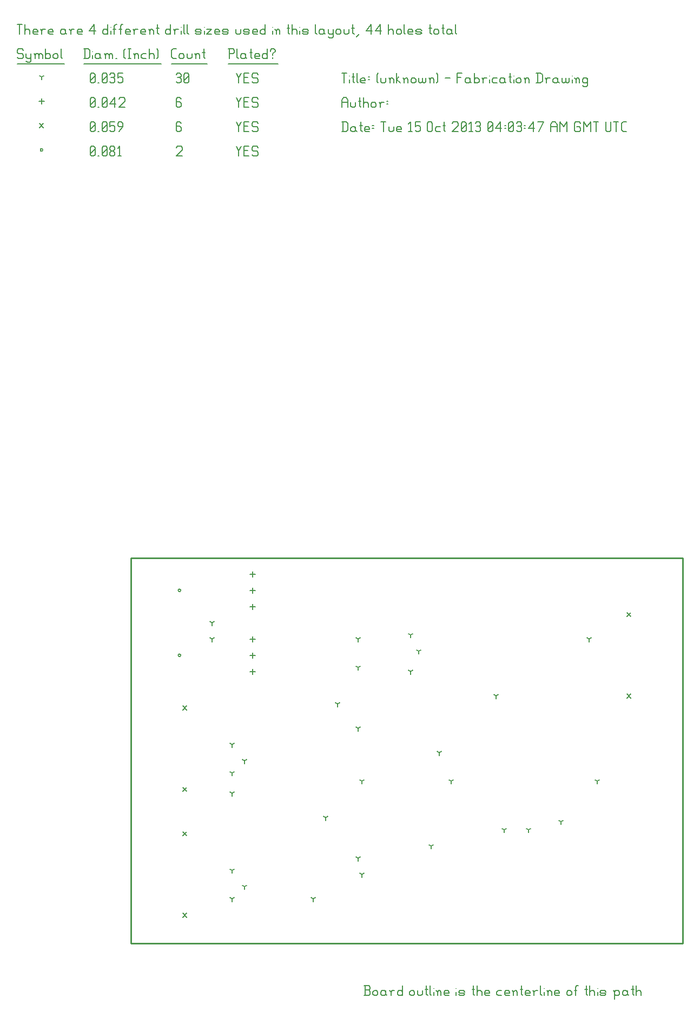
<source format=gbr>
G04 start of page 14 for group -3984 idx -3984 *
G04 Title: (unknown), fab *
G04 Creator: pcb 1.99z *
G04 CreationDate: Tue 15 Oct 2013 04:03:47 AM GMT UTC *
G04 For: commonadmin *
G04 Format: Gerber/RS-274X *
G04 PCB-Dimensions: 600000 500000 *
G04 PCB-Coordinate-Origin: lower left *
%MOIN*%
%FSLAX25Y25*%
%LNFAB*%
%ADD85C,0.0100*%
%ADD84C,0.0075*%
%ADD83C,0.0060*%
%ADD82C,0.0080*%
G54D82*X99200Y200000D02*G75*G03X100800Y200000I800J0D01*G01*
G75*G03X99200Y200000I-800J0D01*G01*
Y240000D02*G75*G03X100800Y240000I800J0D01*G01*
G75*G03X99200Y240000I-800J0D01*G01*
X14200Y511250D02*G75*G03X15800Y511250I800J0D01*G01*
G75*G03X14200Y511250I-800J0D01*G01*
G54D83*X135000Y513500D02*X136500Y510500D01*
X138000Y513500D01*
X136500Y510500D02*Y507500D01*
X139800Y510800D02*X142050D01*
X139800Y507500D02*X142800D01*
X139800Y513500D02*Y507500D01*
Y513500D02*X142800D01*
X147600D02*X148350Y512750D01*
X145350Y513500D02*X147600D01*
X144600Y512750D02*X145350Y513500D01*
X144600Y512750D02*Y511250D01*
X145350Y510500D01*
X147600D01*
X148350Y509750D01*
Y508250D01*
X147600Y507500D02*X148350Y508250D01*
X145350Y507500D02*X147600D01*
X144600Y508250D02*X145350Y507500D01*
X98000Y512750D02*X98750Y513500D01*
X101000D01*
X101750Y512750D01*
Y511250D01*
X98000Y507500D02*X101750Y511250D01*
X98000Y507500D02*X101750D01*
X45000Y508250D02*X45750Y507500D01*
X45000Y512750D02*Y508250D01*
Y512750D02*X45750Y513500D01*
X47250D01*
X48000Y512750D01*
Y508250D01*
X47250Y507500D02*X48000Y508250D01*
X45750Y507500D02*X47250D01*
X45000Y509000D02*X48000Y512000D01*
X49800Y507500D02*X50550D01*
X52350Y508250D02*X53100Y507500D01*
X52350Y512750D02*Y508250D01*
Y512750D02*X53100Y513500D01*
X54600D01*
X55350Y512750D01*
Y508250D01*
X54600Y507500D02*X55350Y508250D01*
X53100Y507500D02*X54600D01*
X52350Y509000D02*X55350Y512000D01*
X57150Y508250D02*X57900Y507500D01*
X57150Y509450D02*Y508250D01*
Y509450D02*X58200Y510500D01*
X59100D01*
X60150Y509450D01*
Y508250D01*
X59400Y507500D02*X60150Y508250D01*
X57900Y507500D02*X59400D01*
X57150Y511550D02*X58200Y510500D01*
X57150Y512750D02*Y511550D01*
Y512750D02*X57900Y513500D01*
X59400D01*
X60150Y512750D01*
Y511550D01*
X59100Y510500D02*X60150Y511550D01*
X61950Y512300D02*X63150Y513500D01*
Y507500D01*
X61950D02*X64200D01*
X102000Y168800D02*X104400Y166400D01*
X102000D02*X104400Y168800D01*
X102000Y118600D02*X104400Y116200D01*
X102000D02*X104400Y118600D01*
X102000Y91300D02*X104400Y88900D01*
X102000D02*X104400Y91300D01*
X102000Y41100D02*X104400Y38700D01*
X102000D02*X104400Y41100D01*
X375600Y176100D02*X378000Y173700D01*
X375600D02*X378000Y176100D01*
X375600Y226300D02*X378000Y223900D01*
X375600D02*X378000Y226300D01*
X13800Y527450D02*X16200Y525050D01*
X13800D02*X16200Y527450D01*
X135000Y528500D02*X136500Y525500D01*
X138000Y528500D01*
X136500Y525500D02*Y522500D01*
X139800Y525800D02*X142050D01*
X139800Y522500D02*X142800D01*
X139800Y528500D02*Y522500D01*
Y528500D02*X142800D01*
X147600D02*X148350Y527750D01*
X145350Y528500D02*X147600D01*
X144600Y527750D02*X145350Y528500D01*
X144600Y527750D02*Y526250D01*
X145350Y525500D01*
X147600D01*
X148350Y524750D01*
Y523250D01*
X147600Y522500D02*X148350Y523250D01*
X145350Y522500D02*X147600D01*
X144600Y523250D02*X145350Y522500D01*
X100250Y528500D02*X101000Y527750D01*
X98750Y528500D02*X100250D01*
X98000Y527750D02*X98750Y528500D01*
X98000Y527750D02*Y523250D01*
X98750Y522500D01*
X100250Y525800D02*X101000Y525050D01*
X98000Y525800D02*X100250D01*
X98750Y522500D02*X100250D01*
X101000Y523250D01*
Y525050D02*Y523250D01*
X45000D02*X45750Y522500D01*
X45000Y527750D02*Y523250D01*
Y527750D02*X45750Y528500D01*
X47250D01*
X48000Y527750D01*
Y523250D01*
X47250Y522500D02*X48000Y523250D01*
X45750Y522500D02*X47250D01*
X45000Y524000D02*X48000Y527000D01*
X49800Y522500D02*X50550D01*
X52350Y523250D02*X53100Y522500D01*
X52350Y527750D02*Y523250D01*
Y527750D02*X53100Y528500D01*
X54600D01*
X55350Y527750D01*
Y523250D01*
X54600Y522500D02*X55350Y523250D01*
X53100Y522500D02*X54600D01*
X52350Y524000D02*X55350Y527000D01*
X57150Y528500D02*X60150D01*
X57150D02*Y525500D01*
X57900Y526250D01*
X59400D01*
X60150Y525500D01*
Y523250D01*
X59400Y522500D02*X60150Y523250D01*
X57900Y522500D02*X59400D01*
X57150Y523250D02*X57900Y522500D01*
X62700D02*X64950Y525500D01*
Y527750D02*Y525500D01*
X64200Y528500D02*X64950Y527750D01*
X62700Y528500D02*X64200D01*
X61950Y527750D02*X62700Y528500D01*
X61950Y527750D02*Y526250D01*
X62700Y525500D01*
X64950D01*
X145000Y231600D02*Y228400D01*
X143400Y230000D02*X146600D01*
X145000Y241600D02*Y238400D01*
X143400Y240000D02*X146600D01*
X145000Y251600D02*Y248400D01*
X143400Y250000D02*X146600D01*
X145000Y211600D02*Y208400D01*
X143400Y210000D02*X146600D01*
X145000Y201600D02*Y198400D01*
X143400Y200000D02*X146600D01*
X145000Y191600D02*Y188400D01*
X143400Y190000D02*X146600D01*
X15000Y542850D02*Y539650D01*
X13400Y541250D02*X16600D01*
X135000Y543500D02*X136500Y540500D01*
X138000Y543500D01*
X136500Y540500D02*Y537500D01*
X139800Y540800D02*X142050D01*
X139800Y537500D02*X142800D01*
X139800Y543500D02*Y537500D01*
Y543500D02*X142800D01*
X147600D02*X148350Y542750D01*
X145350Y543500D02*X147600D01*
X144600Y542750D02*X145350Y543500D01*
X144600Y542750D02*Y541250D01*
X145350Y540500D01*
X147600D01*
X148350Y539750D01*
Y538250D01*
X147600Y537500D02*X148350Y538250D01*
X145350Y537500D02*X147600D01*
X144600Y538250D02*X145350Y537500D01*
X100250Y543500D02*X101000Y542750D01*
X98750Y543500D02*X100250D01*
X98000Y542750D02*X98750Y543500D01*
X98000Y542750D02*Y538250D01*
X98750Y537500D01*
X100250Y540800D02*X101000Y540050D01*
X98000Y540800D02*X100250D01*
X98750Y537500D02*X100250D01*
X101000Y538250D01*
Y540050D02*Y538250D01*
X45000D02*X45750Y537500D01*
X45000Y542750D02*Y538250D01*
Y542750D02*X45750Y543500D01*
X47250D01*
X48000Y542750D01*
Y538250D01*
X47250Y537500D02*X48000Y538250D01*
X45750Y537500D02*X47250D01*
X45000Y539000D02*X48000Y542000D01*
X49800Y537500D02*X50550D01*
X52350Y538250D02*X53100Y537500D01*
X52350Y542750D02*Y538250D01*
Y542750D02*X53100Y543500D01*
X54600D01*
X55350Y542750D01*
Y538250D01*
X54600Y537500D02*X55350Y538250D01*
X53100Y537500D02*X54600D01*
X52350Y539000D02*X55350Y542000D01*
X57150Y539750D02*X60150Y543500D01*
X57150Y539750D02*X60900D01*
X60150Y543500D02*Y537500D01*
X62700Y542750D02*X63450Y543500D01*
X65700D01*
X66450Y542750D01*
Y541250D01*
X62700Y537500D02*X66450Y541250D01*
X62700Y537500D02*X66450D01*
X120000Y220000D02*Y218400D01*
Y220000D02*X121387Y220800D01*
X120000Y220000D02*X118613Y220800D01*
X120000Y210000D02*Y208400D01*
Y210000D02*X121387Y210800D01*
X120000Y210000D02*X118613Y210800D01*
X352500Y210000D02*Y208400D01*
Y210000D02*X353887Y210800D01*
X352500Y210000D02*X351113Y210800D01*
X212500Y65000D02*Y63400D01*
Y65000D02*X213887Y65800D01*
X212500Y65000D02*X211113Y65800D01*
X210000Y75000D02*Y73400D01*
Y75000D02*X211387Y75800D01*
X210000Y75000D02*X208613Y75800D01*
X182500Y50000D02*Y48400D01*
Y50000D02*X183887Y50800D01*
X182500Y50000D02*X181113Y50800D01*
X267500Y122500D02*Y120900D01*
Y122500D02*X268887Y123300D01*
X267500Y122500D02*X266113Y123300D01*
X335000Y97500D02*Y95900D01*
Y97500D02*X336387Y98300D01*
X335000Y97500D02*X333613Y98300D01*
X255000Y82500D02*Y80900D01*
Y82500D02*X256387Y83300D01*
X255000Y82500D02*X253613Y83300D01*
X212500Y122500D02*Y120900D01*
Y122500D02*X213887Y123300D01*
X212500Y122500D02*X211113Y123300D01*
X190000Y100000D02*Y98400D01*
Y100000D02*X191387Y100800D01*
X190000Y100000D02*X188613Y100800D01*
X210000Y155000D02*Y153400D01*
Y155000D02*X211387Y155800D01*
X210000Y155000D02*X208613Y155800D01*
X210000Y192500D02*Y190900D01*
Y192500D02*X211387Y193300D01*
X210000Y192500D02*X208613Y193300D01*
X210000Y210000D02*Y208400D01*
Y210000D02*X211387Y210800D01*
X210000Y210000D02*X208613Y210800D01*
X260000Y140000D02*Y138400D01*
Y140000D02*X261387Y140800D01*
X260000Y140000D02*X258613Y140800D01*
X300000Y92500D02*Y90900D01*
Y92500D02*X301387Y93300D01*
X300000Y92500D02*X298613Y93300D01*
X357500Y122500D02*Y120900D01*
Y122500D02*X358887Y123300D01*
X357500Y122500D02*X356113Y123300D01*
X315000Y92500D02*Y90900D01*
Y92500D02*X316387Y93300D01*
X315000Y92500D02*X313613Y93300D01*
X197500Y170000D02*Y168400D01*
Y170000D02*X198887Y170800D01*
X197500Y170000D02*X196113Y170800D01*
X132500Y115000D02*Y113400D01*
Y115000D02*X133887Y115800D01*
X132500Y115000D02*X131113Y115800D01*
X242500Y190000D02*Y188400D01*
Y190000D02*X243887Y190800D01*
X242500Y190000D02*X241113Y190800D01*
X242500Y212500D02*Y210900D01*
Y212500D02*X243887Y213300D01*
X242500Y212500D02*X241113Y213300D01*
X132500Y67500D02*Y65900D01*
Y67500D02*X133887Y68300D01*
X132500Y67500D02*X131113Y68300D01*
X132500Y50000D02*Y48400D01*
Y50000D02*X133887Y50800D01*
X132500Y50000D02*X131113Y50800D01*
X140000Y57500D02*Y55900D01*
Y57500D02*X141387Y58300D01*
X140000Y57500D02*X138613Y58300D01*
X140000Y135000D02*Y133400D01*
Y135000D02*X141387Y135800D01*
X140000Y135000D02*X138613Y135800D01*
X132500Y127500D02*Y125900D01*
Y127500D02*X133887Y128300D01*
X132500Y127500D02*X131113Y128300D01*
X132500Y145000D02*Y143400D01*
Y145000D02*X133887Y145800D01*
X132500Y145000D02*X131113Y145800D01*
X247500Y202500D02*Y200900D01*
Y202500D02*X248887Y203300D01*
X247500Y202500D02*X246113Y203300D01*
X295000Y175000D02*Y173400D01*
Y175000D02*X296387Y175800D01*
X295000Y175000D02*X293613Y175800D01*
X15000Y556250D02*Y554650D01*
Y556250D02*X16387Y557050D01*
X15000Y556250D02*X13613Y557050D01*
X135000Y558500D02*X136500Y555500D01*
X138000Y558500D01*
X136500Y555500D02*Y552500D01*
X139800Y555800D02*X142050D01*
X139800Y552500D02*X142800D01*
X139800Y558500D02*Y552500D01*
Y558500D02*X142800D01*
X147600D02*X148350Y557750D01*
X145350Y558500D02*X147600D01*
X144600Y557750D02*X145350Y558500D01*
X144600Y557750D02*Y556250D01*
X145350Y555500D01*
X147600D01*
X148350Y554750D01*
Y553250D01*
X147600Y552500D02*X148350Y553250D01*
X145350Y552500D02*X147600D01*
X144600Y553250D02*X145350Y552500D01*
X98000Y557750D02*X98750Y558500D01*
X100250D01*
X101000Y557750D01*
X100250Y552500D02*X101000Y553250D01*
X98750Y552500D02*X100250D01*
X98000Y553250D02*X98750Y552500D01*
Y555800D02*X100250D01*
X101000Y557750D02*Y556550D01*
Y555050D02*Y553250D01*
Y555050D02*X100250Y555800D01*
X101000Y556550D02*X100250Y555800D01*
X102800Y553250D02*X103550Y552500D01*
X102800Y557750D02*Y553250D01*
Y557750D02*X103550Y558500D01*
X105050D01*
X105800Y557750D01*
Y553250D01*
X105050Y552500D02*X105800Y553250D01*
X103550Y552500D02*X105050D01*
X102800Y554000D02*X105800Y557000D01*
X45000Y553250D02*X45750Y552500D01*
X45000Y557750D02*Y553250D01*
Y557750D02*X45750Y558500D01*
X47250D01*
X48000Y557750D01*
Y553250D01*
X47250Y552500D02*X48000Y553250D01*
X45750Y552500D02*X47250D01*
X45000Y554000D02*X48000Y557000D01*
X49800Y552500D02*X50550D01*
X52350Y553250D02*X53100Y552500D01*
X52350Y557750D02*Y553250D01*
Y557750D02*X53100Y558500D01*
X54600D01*
X55350Y557750D01*
Y553250D01*
X54600Y552500D02*X55350Y553250D01*
X53100Y552500D02*X54600D01*
X52350Y554000D02*X55350Y557000D01*
X57150Y557750D02*X57900Y558500D01*
X59400D01*
X60150Y557750D01*
X59400Y552500D02*X60150Y553250D01*
X57900Y552500D02*X59400D01*
X57150Y553250D02*X57900Y552500D01*
Y555800D02*X59400D01*
X60150Y557750D02*Y556550D01*
Y555050D02*Y553250D01*
Y555050D02*X59400Y555800D01*
X60150Y556550D02*X59400Y555800D01*
X61950Y558500D02*X64950D01*
X61950D02*Y555500D01*
X62700Y556250D01*
X64200D01*
X64950Y555500D01*
Y553250D01*
X64200Y552500D02*X64950Y553250D01*
X62700Y552500D02*X64200D01*
X61950Y553250D02*X62700Y552500D01*
X3000Y573500D02*X3750Y572750D01*
X750Y573500D02*X3000D01*
X0Y572750D02*X750Y573500D01*
X0Y572750D02*Y571250D01*
X750Y570500D01*
X3000D01*
X3750Y569750D01*
Y568250D01*
X3000Y567500D02*X3750Y568250D01*
X750Y567500D02*X3000D01*
X0Y568250D02*X750Y567500D01*
X5550Y570500D02*Y568250D01*
X6300Y567500D01*
X8550Y570500D02*Y566000D01*
X7800Y565250D02*X8550Y566000D01*
X6300Y565250D02*X7800D01*
X5550Y566000D02*X6300Y565250D01*
Y567500D02*X7800D01*
X8550Y568250D01*
X11100Y569750D02*Y567500D01*
Y569750D02*X11850Y570500D01*
X12600D01*
X13350Y569750D01*
Y567500D01*
Y569750D02*X14100Y570500D01*
X14850D01*
X15600Y569750D01*
Y567500D01*
X10350Y570500D02*X11100Y569750D01*
X17400Y573500D02*Y567500D01*
Y568250D02*X18150Y567500D01*
X19650D01*
X20400Y568250D01*
Y569750D02*Y568250D01*
X19650Y570500D02*X20400Y569750D01*
X18150Y570500D02*X19650D01*
X17400Y569750D02*X18150Y570500D01*
X22200Y569750D02*Y568250D01*
Y569750D02*X22950Y570500D01*
X24450D01*
X25200Y569750D01*
Y568250D01*
X24450Y567500D02*X25200Y568250D01*
X22950Y567500D02*X24450D01*
X22200Y568250D02*X22950Y567500D01*
X27000Y573500D02*Y568250D01*
X27750Y567500D01*
X0Y564250D02*X29250D01*
X41750Y573500D02*Y567500D01*
X43700Y573500D02*X44750Y572450D01*
Y568550D01*
X43700Y567500D02*X44750Y568550D01*
X41000Y567500D02*X43700D01*
X41000Y573500D02*X43700D01*
G54D84*X46550Y572000D02*Y571850D01*
G54D83*Y569750D02*Y567500D01*
X50300Y570500D02*X51050Y569750D01*
X48800Y570500D02*X50300D01*
X48050Y569750D02*X48800Y570500D01*
X48050Y569750D02*Y568250D01*
X48800Y567500D01*
X51050Y570500D02*Y568250D01*
X51800Y567500D01*
X48800D02*X50300D01*
X51050Y568250D01*
X54350Y569750D02*Y567500D01*
Y569750D02*X55100Y570500D01*
X55850D01*
X56600Y569750D01*
Y567500D01*
Y569750D02*X57350Y570500D01*
X58100D01*
X58850Y569750D01*
Y567500D01*
X53600Y570500D02*X54350Y569750D01*
X60650Y567500D02*X61400D01*
X65900Y568250D02*X66650Y567500D01*
X65900Y572750D02*X66650Y573500D01*
X65900Y572750D02*Y568250D01*
X68450Y573500D02*X69950D01*
X69200D02*Y567500D01*
X68450D02*X69950D01*
X72500Y569750D02*Y567500D01*
Y569750D02*X73250Y570500D01*
X74000D01*
X74750Y569750D01*
Y567500D01*
X71750Y570500D02*X72500Y569750D01*
X77300Y570500D02*X79550D01*
X76550Y569750D02*X77300Y570500D01*
X76550Y569750D02*Y568250D01*
X77300Y567500D01*
X79550D01*
X81350Y573500D02*Y567500D01*
Y569750D02*X82100Y570500D01*
X83600D01*
X84350Y569750D01*
Y567500D01*
X86150Y573500D02*X86900Y572750D01*
Y568250D01*
X86150Y567500D02*X86900Y568250D01*
X41000Y564250D02*X88700D01*
X96050Y567500D02*X98000D01*
X95000Y568550D02*X96050Y567500D01*
X95000Y572450D02*Y568550D01*
Y572450D02*X96050Y573500D01*
X98000D01*
X99800Y569750D02*Y568250D01*
Y569750D02*X100550Y570500D01*
X102050D01*
X102800Y569750D01*
Y568250D01*
X102050Y567500D02*X102800Y568250D01*
X100550Y567500D02*X102050D01*
X99800Y568250D02*X100550Y567500D01*
X104600Y570500D02*Y568250D01*
X105350Y567500D01*
X106850D01*
X107600Y568250D01*
Y570500D02*Y568250D01*
X110150Y569750D02*Y567500D01*
Y569750D02*X110900Y570500D01*
X111650D01*
X112400Y569750D01*
Y567500D01*
X109400Y570500D02*X110150Y569750D01*
X114950Y573500D02*Y568250D01*
X115700Y567500D01*
X114200Y571250D02*X115700D01*
X95000Y564250D02*X117200D01*
X130750Y573500D02*Y567500D01*
X130000Y573500D02*X133000D01*
X133750Y572750D01*
Y571250D01*
X133000Y570500D02*X133750Y571250D01*
X130750Y570500D02*X133000D01*
X135550Y573500D02*Y568250D01*
X136300Y567500D01*
X140050Y570500D02*X140800Y569750D01*
X138550Y570500D02*X140050D01*
X137800Y569750D02*X138550Y570500D01*
X137800Y569750D02*Y568250D01*
X138550Y567500D01*
X140800Y570500D02*Y568250D01*
X141550Y567500D01*
X138550D02*X140050D01*
X140800Y568250D01*
X144100Y573500D02*Y568250D01*
X144850Y567500D01*
X143350Y571250D02*X144850D01*
X147100Y567500D02*X149350D01*
X146350Y568250D02*X147100Y567500D01*
X146350Y569750D02*Y568250D01*
Y569750D02*X147100Y570500D01*
X148600D01*
X149350Y569750D01*
X146350Y569000D02*X149350D01*
Y569750D02*Y569000D01*
X154150Y573500D02*Y567500D01*
X153400D02*X154150Y568250D01*
X151900Y567500D02*X153400D01*
X151150Y568250D02*X151900Y567500D01*
X151150Y569750D02*Y568250D01*
Y569750D02*X151900Y570500D01*
X153400D01*
X154150Y569750D01*
X157450Y570500D02*Y569750D01*
Y568250D02*Y567500D01*
X155950Y572750D02*Y572000D01*
Y572750D02*X156700Y573500D01*
X158200D01*
X158950Y572750D01*
Y572000D01*
X157450Y570500D02*X158950Y572000D01*
X130000Y564250D02*X160750D01*
X0Y588500D02*X3000D01*
X1500D02*Y582500D01*
X4800Y588500D02*Y582500D01*
Y584750D02*X5550Y585500D01*
X7050D01*
X7800Y584750D01*
Y582500D01*
X10350D02*X12600D01*
X9600Y583250D02*X10350Y582500D01*
X9600Y584750D02*Y583250D01*
Y584750D02*X10350Y585500D01*
X11850D01*
X12600Y584750D01*
X9600Y584000D02*X12600D01*
Y584750D02*Y584000D01*
X15150Y584750D02*Y582500D01*
Y584750D02*X15900Y585500D01*
X17400D01*
X14400D02*X15150Y584750D01*
X19950Y582500D02*X22200D01*
X19200Y583250D02*X19950Y582500D01*
X19200Y584750D02*Y583250D01*
Y584750D02*X19950Y585500D01*
X21450D01*
X22200Y584750D01*
X19200Y584000D02*X22200D01*
Y584750D02*Y584000D01*
X28950Y585500D02*X29700Y584750D01*
X27450Y585500D02*X28950D01*
X26700Y584750D02*X27450Y585500D01*
X26700Y584750D02*Y583250D01*
X27450Y582500D01*
X29700Y585500D02*Y583250D01*
X30450Y582500D01*
X27450D02*X28950D01*
X29700Y583250D01*
X33000Y584750D02*Y582500D01*
Y584750D02*X33750Y585500D01*
X35250D01*
X32250D02*X33000Y584750D01*
X37800Y582500D02*X40050D01*
X37050Y583250D02*X37800Y582500D01*
X37050Y584750D02*Y583250D01*
Y584750D02*X37800Y585500D01*
X39300D01*
X40050Y584750D01*
X37050Y584000D02*X40050D01*
Y584750D02*Y584000D01*
X44550Y584750D02*X47550Y588500D01*
X44550Y584750D02*X48300D01*
X47550Y588500D02*Y582500D01*
X55800Y588500D02*Y582500D01*
X55050D02*X55800Y583250D01*
X53550Y582500D02*X55050D01*
X52800Y583250D02*X53550Y582500D01*
X52800Y584750D02*Y583250D01*
Y584750D02*X53550Y585500D01*
X55050D01*
X55800Y584750D01*
G54D84*X57600Y587000D02*Y586850D01*
G54D83*Y584750D02*Y582500D01*
X59850Y587750D02*Y582500D01*
Y587750D02*X60600Y588500D01*
X61350D01*
X59100Y585500D02*X60600D01*
X63600Y587750D02*Y582500D01*
Y587750D02*X64350Y588500D01*
X65100D01*
X62850Y585500D02*X64350D01*
X67350Y582500D02*X69600D01*
X66600Y583250D02*X67350Y582500D01*
X66600Y584750D02*Y583250D01*
Y584750D02*X67350Y585500D01*
X68850D01*
X69600Y584750D01*
X66600Y584000D02*X69600D01*
Y584750D02*Y584000D01*
X72150Y584750D02*Y582500D01*
Y584750D02*X72900Y585500D01*
X74400D01*
X71400D02*X72150Y584750D01*
X76950Y582500D02*X79200D01*
X76200Y583250D02*X76950Y582500D01*
X76200Y584750D02*Y583250D01*
Y584750D02*X76950Y585500D01*
X78450D01*
X79200Y584750D01*
X76200Y584000D02*X79200D01*
Y584750D02*Y584000D01*
X81750Y584750D02*Y582500D01*
Y584750D02*X82500Y585500D01*
X83250D01*
X84000Y584750D01*
Y582500D01*
X81000Y585500D02*X81750Y584750D01*
X86550Y588500D02*Y583250D01*
X87300Y582500D01*
X85800Y586250D02*X87300D01*
X94500Y588500D02*Y582500D01*
X93750D02*X94500Y583250D01*
X92250Y582500D02*X93750D01*
X91500Y583250D02*X92250Y582500D01*
X91500Y584750D02*Y583250D01*
Y584750D02*X92250Y585500D01*
X93750D01*
X94500Y584750D01*
X97050D02*Y582500D01*
Y584750D02*X97800Y585500D01*
X99300D01*
X96300D02*X97050Y584750D01*
G54D84*X101100Y587000D02*Y586850D01*
G54D83*Y584750D02*Y582500D01*
X102600Y588500D02*Y583250D01*
X103350Y582500D01*
X104850Y588500D02*Y583250D01*
X105600Y582500D01*
X110550D02*X112800D01*
X113550Y583250D01*
X112800Y584000D02*X113550Y583250D01*
X110550Y584000D02*X112800D01*
X109800Y584750D02*X110550Y584000D01*
X109800Y584750D02*X110550Y585500D01*
X112800D01*
X113550Y584750D01*
X109800Y583250D02*X110550Y582500D01*
G54D84*X115350Y587000D02*Y586850D01*
G54D83*Y584750D02*Y582500D01*
X116850Y585500D02*X119850D01*
X116850Y582500D02*X119850Y585500D01*
X116850Y582500D02*X119850D01*
X122400D02*X124650D01*
X121650Y583250D02*X122400Y582500D01*
X121650Y584750D02*Y583250D01*
Y584750D02*X122400Y585500D01*
X123900D01*
X124650Y584750D01*
X121650Y584000D02*X124650D01*
Y584750D02*Y584000D01*
X127200Y582500D02*X129450D01*
X130200Y583250D01*
X129450Y584000D02*X130200Y583250D01*
X127200Y584000D02*X129450D01*
X126450Y584750D02*X127200Y584000D01*
X126450Y584750D02*X127200Y585500D01*
X129450D01*
X130200Y584750D01*
X126450Y583250D02*X127200Y582500D01*
X134700Y585500D02*Y583250D01*
X135450Y582500D01*
X136950D01*
X137700Y583250D01*
Y585500D02*Y583250D01*
X140250Y582500D02*X142500D01*
X143250Y583250D01*
X142500Y584000D02*X143250Y583250D01*
X140250Y584000D02*X142500D01*
X139500Y584750D02*X140250Y584000D01*
X139500Y584750D02*X140250Y585500D01*
X142500D01*
X143250Y584750D01*
X139500Y583250D02*X140250Y582500D01*
X145800D02*X148050D01*
X145050Y583250D02*X145800Y582500D01*
X145050Y584750D02*Y583250D01*
Y584750D02*X145800Y585500D01*
X147300D01*
X148050Y584750D01*
X145050Y584000D02*X148050D01*
Y584750D02*Y584000D01*
X152850Y588500D02*Y582500D01*
X152100D02*X152850Y583250D01*
X150600Y582500D02*X152100D01*
X149850Y583250D02*X150600Y582500D01*
X149850Y584750D02*Y583250D01*
Y584750D02*X150600Y585500D01*
X152100D01*
X152850Y584750D01*
G54D84*X157350Y587000D02*Y586850D01*
G54D83*Y584750D02*Y582500D01*
X159600Y584750D02*Y582500D01*
Y584750D02*X160350Y585500D01*
X161100D01*
X161850Y584750D01*
Y582500D01*
X158850Y585500D02*X159600Y584750D01*
X167100Y588500D02*Y583250D01*
X167850Y582500D01*
X166350Y586250D02*X167850D01*
X169350Y588500D02*Y582500D01*
Y584750D02*X170100Y585500D01*
X171600D01*
X172350Y584750D01*
Y582500D01*
G54D84*X174150Y587000D02*Y586850D01*
G54D83*Y584750D02*Y582500D01*
X176400D02*X178650D01*
X179400Y583250D01*
X178650Y584000D02*X179400Y583250D01*
X176400Y584000D02*X178650D01*
X175650Y584750D02*X176400Y584000D01*
X175650Y584750D02*X176400Y585500D01*
X178650D01*
X179400Y584750D01*
X175650Y583250D02*X176400Y582500D01*
X183900Y588500D02*Y583250D01*
X184650Y582500D01*
X188400Y585500D02*X189150Y584750D01*
X186900Y585500D02*X188400D01*
X186150Y584750D02*X186900Y585500D01*
X186150Y584750D02*Y583250D01*
X186900Y582500D01*
X189150Y585500D02*Y583250D01*
X189900Y582500D01*
X186900D02*X188400D01*
X189150Y583250D01*
X191700Y585500D02*Y583250D01*
X192450Y582500D01*
X194700Y585500D02*Y581000D01*
X193950Y580250D02*X194700Y581000D01*
X192450Y580250D02*X193950D01*
X191700Y581000D02*X192450Y580250D01*
Y582500D02*X193950D01*
X194700Y583250D01*
X196500Y584750D02*Y583250D01*
Y584750D02*X197250Y585500D01*
X198750D01*
X199500Y584750D01*
Y583250D01*
X198750Y582500D02*X199500Y583250D01*
X197250Y582500D02*X198750D01*
X196500Y583250D02*X197250Y582500D01*
X201300Y585500D02*Y583250D01*
X202050Y582500D01*
X203550D01*
X204300Y583250D01*
Y585500D02*Y583250D01*
X206850Y588500D02*Y583250D01*
X207600Y582500D01*
X206100Y586250D02*X207600D01*
X209100Y581000D02*X210600Y582500D01*
X215100Y584750D02*X218100Y588500D01*
X215100Y584750D02*X218850D01*
X218100Y588500D02*Y582500D01*
X220650Y584750D02*X223650Y588500D01*
X220650Y584750D02*X224400D01*
X223650Y588500D02*Y582500D01*
X228900Y588500D02*Y582500D01*
Y584750D02*X229650Y585500D01*
X231150D01*
X231900Y584750D01*
Y582500D01*
X233700Y584750D02*Y583250D01*
Y584750D02*X234450Y585500D01*
X235950D01*
X236700Y584750D01*
Y583250D01*
X235950Y582500D02*X236700Y583250D01*
X234450Y582500D02*X235950D01*
X233700Y583250D02*X234450Y582500D01*
X238500Y588500D02*Y583250D01*
X239250Y582500D01*
X241500D02*X243750D01*
X240750Y583250D02*X241500Y582500D01*
X240750Y584750D02*Y583250D01*
Y584750D02*X241500Y585500D01*
X243000D01*
X243750Y584750D01*
X240750Y584000D02*X243750D01*
Y584750D02*Y584000D01*
X246300Y582500D02*X248550D01*
X249300Y583250D01*
X248550Y584000D02*X249300Y583250D01*
X246300Y584000D02*X248550D01*
X245550Y584750D02*X246300Y584000D01*
X245550Y584750D02*X246300Y585500D01*
X248550D01*
X249300Y584750D01*
X245550Y583250D02*X246300Y582500D01*
X254550Y588500D02*Y583250D01*
X255300Y582500D01*
X253800Y586250D02*X255300D01*
X256800Y584750D02*Y583250D01*
Y584750D02*X257550Y585500D01*
X259050D01*
X259800Y584750D01*
Y583250D01*
X259050Y582500D02*X259800Y583250D01*
X257550Y582500D02*X259050D01*
X256800Y583250D02*X257550Y582500D01*
X262350Y588500D02*Y583250D01*
X263100Y582500D01*
X261600Y586250D02*X263100D01*
X266850Y585500D02*X267600Y584750D01*
X265350Y585500D02*X266850D01*
X264600Y584750D02*X265350Y585500D01*
X264600Y584750D02*Y583250D01*
X265350Y582500D01*
X267600Y585500D02*Y583250D01*
X268350Y582500D01*
X265350D02*X266850D01*
X267600Y583250D01*
X270150Y588500D02*Y583250D01*
X270900Y582500D01*
G54D85*X410000Y22500D02*Y260000D01*
X70000D02*Y22500D01*
Y260000D02*X410000D01*
X70000Y22500D02*X410000D01*
G54D83*X213675Y-9500D02*X216675D01*
X217425Y-8750D01*
Y-6950D02*Y-8750D01*
X216675Y-6200D02*X217425Y-6950D01*
X214425Y-6200D02*X216675D01*
X214425Y-3500D02*Y-9500D01*
X213675Y-3500D02*X216675D01*
X217425Y-4250D01*
Y-5450D01*
X216675Y-6200D02*X217425Y-5450D01*
X219225Y-7250D02*Y-8750D01*
Y-7250D02*X219975Y-6500D01*
X221475D01*
X222225Y-7250D01*
Y-8750D01*
X221475Y-9500D02*X222225Y-8750D01*
X219975Y-9500D02*X221475D01*
X219225Y-8750D02*X219975Y-9500D01*
X226275Y-6500D02*X227025Y-7250D01*
X224775Y-6500D02*X226275D01*
X224025Y-7250D02*X224775Y-6500D01*
X224025Y-7250D02*Y-8750D01*
X224775Y-9500D01*
X227025Y-6500D02*Y-8750D01*
X227775Y-9500D01*
X224775D02*X226275D01*
X227025Y-8750D01*
X230325Y-7250D02*Y-9500D01*
Y-7250D02*X231075Y-6500D01*
X232575D01*
X229575D02*X230325Y-7250D01*
X237375Y-3500D02*Y-9500D01*
X236625D02*X237375Y-8750D01*
X235125Y-9500D02*X236625D01*
X234375Y-8750D02*X235125Y-9500D01*
X234375Y-7250D02*Y-8750D01*
Y-7250D02*X235125Y-6500D01*
X236625D01*
X237375Y-7250D01*
X241875D02*Y-8750D01*
Y-7250D02*X242625Y-6500D01*
X244125D01*
X244875Y-7250D01*
Y-8750D01*
X244125Y-9500D02*X244875Y-8750D01*
X242625Y-9500D02*X244125D01*
X241875Y-8750D02*X242625Y-9500D01*
X246675Y-6500D02*Y-8750D01*
X247425Y-9500D01*
X248925D01*
X249675Y-8750D01*
Y-6500D02*Y-8750D01*
X252225Y-3500D02*Y-8750D01*
X252975Y-9500D01*
X251475Y-5750D02*X252975D01*
X254475Y-3500D02*Y-8750D01*
X255225Y-9500D01*
G54D84*X256725Y-5000D02*Y-5150D01*
G54D83*Y-7250D02*Y-9500D01*
X258975Y-7250D02*Y-9500D01*
Y-7250D02*X259725Y-6500D01*
X260475D01*
X261225Y-7250D01*
Y-9500D01*
X258225Y-6500D02*X258975Y-7250D01*
X263775Y-9500D02*X266025D01*
X263025Y-8750D02*X263775Y-9500D01*
X263025Y-7250D02*Y-8750D01*
Y-7250D02*X263775Y-6500D01*
X265275D01*
X266025Y-7250D01*
X263025Y-8000D02*X266025D01*
Y-7250D02*Y-8000D01*
G54D84*X270525Y-5000D02*Y-5150D01*
G54D83*Y-7250D02*Y-9500D01*
X272775D02*X275025D01*
X275775Y-8750D01*
X275025Y-8000D02*X275775Y-8750D01*
X272775Y-8000D02*X275025D01*
X272025Y-7250D02*X272775Y-8000D01*
X272025Y-7250D02*X272775Y-6500D01*
X275025D01*
X275775Y-7250D01*
X272025Y-8750D02*X272775Y-9500D01*
X281025Y-3500D02*Y-8750D01*
X281775Y-9500D01*
X280275Y-5750D02*X281775D01*
X283275Y-3500D02*Y-9500D01*
Y-7250D02*X284025Y-6500D01*
X285525D01*
X286275Y-7250D01*
Y-9500D01*
X288825D02*X291075D01*
X288075Y-8750D02*X288825Y-9500D01*
X288075Y-7250D02*Y-8750D01*
Y-7250D02*X288825Y-6500D01*
X290325D01*
X291075Y-7250D01*
X288075Y-8000D02*X291075D01*
Y-7250D02*Y-8000D01*
X296325Y-6500D02*X298575D01*
X295575Y-7250D02*X296325Y-6500D01*
X295575Y-7250D02*Y-8750D01*
X296325Y-9500D01*
X298575D01*
X301125D02*X303375D01*
X300375Y-8750D02*X301125Y-9500D01*
X300375Y-7250D02*Y-8750D01*
Y-7250D02*X301125Y-6500D01*
X302625D01*
X303375Y-7250D01*
X300375Y-8000D02*X303375D01*
Y-7250D02*Y-8000D01*
X305925Y-7250D02*Y-9500D01*
Y-7250D02*X306675Y-6500D01*
X307425D01*
X308175Y-7250D01*
Y-9500D01*
X305175Y-6500D02*X305925Y-7250D01*
X310725Y-3500D02*Y-8750D01*
X311475Y-9500D01*
X309975Y-5750D02*X311475D01*
X313725Y-9500D02*X315975D01*
X312975Y-8750D02*X313725Y-9500D01*
X312975Y-7250D02*Y-8750D01*
Y-7250D02*X313725Y-6500D01*
X315225D01*
X315975Y-7250D01*
X312975Y-8000D02*X315975D01*
Y-7250D02*Y-8000D01*
X318525Y-7250D02*Y-9500D01*
Y-7250D02*X319275Y-6500D01*
X320775D01*
X317775D02*X318525Y-7250D01*
X322575Y-3500D02*Y-8750D01*
X323325Y-9500D01*
G54D84*X324825Y-5000D02*Y-5150D01*
G54D83*Y-7250D02*Y-9500D01*
X327075Y-7250D02*Y-9500D01*
Y-7250D02*X327825Y-6500D01*
X328575D01*
X329325Y-7250D01*
Y-9500D01*
X326325Y-6500D02*X327075Y-7250D01*
X331875Y-9500D02*X334125D01*
X331125Y-8750D02*X331875Y-9500D01*
X331125Y-7250D02*Y-8750D01*
Y-7250D02*X331875Y-6500D01*
X333375D01*
X334125Y-7250D01*
X331125Y-8000D02*X334125D01*
Y-7250D02*Y-8000D01*
X338625Y-7250D02*Y-8750D01*
Y-7250D02*X339375Y-6500D01*
X340875D01*
X341625Y-7250D01*
Y-8750D01*
X340875Y-9500D02*X341625Y-8750D01*
X339375Y-9500D02*X340875D01*
X338625Y-8750D02*X339375Y-9500D01*
X344175Y-4250D02*Y-9500D01*
Y-4250D02*X344925Y-3500D01*
X345675D01*
X343425Y-6500D02*X344925D01*
X350625Y-3500D02*Y-8750D01*
X351375Y-9500D01*
X349875Y-5750D02*X351375D01*
X352875Y-3500D02*Y-9500D01*
Y-7250D02*X353625Y-6500D01*
X355125D01*
X355875Y-7250D01*
Y-9500D01*
G54D84*X357675Y-5000D02*Y-5150D01*
G54D83*Y-7250D02*Y-9500D01*
X359925D02*X362175D01*
X362925Y-8750D01*
X362175Y-8000D02*X362925Y-8750D01*
X359925Y-8000D02*X362175D01*
X359175Y-7250D02*X359925Y-8000D01*
X359175Y-7250D02*X359925Y-6500D01*
X362175D01*
X362925Y-7250D01*
X359175Y-8750D02*X359925Y-9500D01*
X368175Y-7250D02*Y-11750D01*
X367425Y-6500D02*X368175Y-7250D01*
X368925Y-6500D01*
X370425D01*
X371175Y-7250D01*
Y-8750D01*
X370425Y-9500D02*X371175Y-8750D01*
X368925Y-9500D02*X370425D01*
X368175Y-8750D02*X368925Y-9500D01*
X375225Y-6500D02*X375975Y-7250D01*
X373725Y-6500D02*X375225D01*
X372975Y-7250D02*X373725Y-6500D01*
X372975Y-7250D02*Y-8750D01*
X373725Y-9500D01*
X375975Y-6500D02*Y-8750D01*
X376725Y-9500D01*
X373725D02*X375225D01*
X375975Y-8750D01*
X379275Y-3500D02*Y-8750D01*
X380025Y-9500D01*
X378525Y-5750D02*X380025D01*
X381525Y-3500D02*Y-9500D01*
Y-7250D02*X382275Y-6500D01*
X383775D01*
X384525Y-7250D01*
Y-9500D01*
X200750Y528500D02*Y522500D01*
X202700Y528500D02*X203750Y527450D01*
Y523550D01*
X202700Y522500D02*X203750Y523550D01*
X200000Y522500D02*X202700D01*
X200000Y528500D02*X202700D01*
X207800Y525500D02*X208550Y524750D01*
X206300Y525500D02*X207800D01*
X205550Y524750D02*X206300Y525500D01*
X205550Y524750D02*Y523250D01*
X206300Y522500D01*
X208550Y525500D02*Y523250D01*
X209300Y522500D01*
X206300D02*X207800D01*
X208550Y523250D01*
X211850Y528500D02*Y523250D01*
X212600Y522500D01*
X211100Y526250D02*X212600D01*
X214850Y522500D02*X217100D01*
X214100Y523250D02*X214850Y522500D01*
X214100Y524750D02*Y523250D01*
Y524750D02*X214850Y525500D01*
X216350D01*
X217100Y524750D01*
X214100Y524000D02*X217100D01*
Y524750D02*Y524000D01*
X218900Y526250D02*X219650D01*
X218900Y524750D02*X219650D01*
X224150Y528500D02*X227150D01*
X225650D02*Y522500D01*
X228950Y525500D02*Y523250D01*
X229700Y522500D01*
X231200D01*
X231950Y523250D01*
Y525500D02*Y523250D01*
X234500Y522500D02*X236750D01*
X233750Y523250D02*X234500Y522500D01*
X233750Y524750D02*Y523250D01*
Y524750D02*X234500Y525500D01*
X236000D01*
X236750Y524750D01*
X233750Y524000D02*X236750D01*
Y524750D02*Y524000D01*
X241250Y527300D02*X242450Y528500D01*
Y522500D01*
X241250D02*X243500D01*
X245300Y528500D02*X248300D01*
X245300D02*Y525500D01*
X246050Y526250D01*
X247550D01*
X248300Y525500D01*
Y523250D01*
X247550Y522500D02*X248300Y523250D01*
X246050Y522500D02*X247550D01*
X245300Y523250D02*X246050Y522500D01*
X252800Y527750D02*Y523250D01*
Y527750D02*X253550Y528500D01*
X255050D01*
X255800Y527750D01*
Y523250D01*
X255050Y522500D02*X255800Y523250D01*
X253550Y522500D02*X255050D01*
X252800Y523250D02*X253550Y522500D01*
X258350Y525500D02*X260600D01*
X257600Y524750D02*X258350Y525500D01*
X257600Y524750D02*Y523250D01*
X258350Y522500D01*
X260600D01*
X263150Y528500D02*Y523250D01*
X263900Y522500D01*
X262400Y526250D02*X263900D01*
X268100Y527750D02*X268850Y528500D01*
X271100D01*
X271850Y527750D01*
Y526250D01*
X268100Y522500D02*X271850Y526250D01*
X268100Y522500D02*X271850D01*
X273650Y523250D02*X274400Y522500D01*
X273650Y527750D02*Y523250D01*
Y527750D02*X274400Y528500D01*
X275900D01*
X276650Y527750D01*
Y523250D01*
X275900Y522500D02*X276650Y523250D01*
X274400Y522500D02*X275900D01*
X273650Y524000D02*X276650Y527000D01*
X278450Y527300D02*X279650Y528500D01*
Y522500D01*
X278450D02*X280700D01*
X282500Y527750D02*X283250Y528500D01*
X284750D01*
X285500Y527750D01*
X284750Y522500D02*X285500Y523250D01*
X283250Y522500D02*X284750D01*
X282500Y523250D02*X283250Y522500D01*
Y525800D02*X284750D01*
X285500Y527750D02*Y526550D01*
Y525050D02*Y523250D01*
Y525050D02*X284750Y525800D01*
X285500Y526550D02*X284750Y525800D01*
X290000Y523250D02*X290750Y522500D01*
X290000Y527750D02*Y523250D01*
Y527750D02*X290750Y528500D01*
X292250D01*
X293000Y527750D01*
Y523250D01*
X292250Y522500D02*X293000Y523250D01*
X290750Y522500D02*X292250D01*
X290000Y524000D02*X293000Y527000D01*
X294800Y524750D02*X297800Y528500D01*
X294800Y524750D02*X298550D01*
X297800Y528500D02*Y522500D01*
X300350Y526250D02*X301100D01*
X300350Y524750D02*X301100D01*
X302900Y523250D02*X303650Y522500D01*
X302900Y527750D02*Y523250D01*
Y527750D02*X303650Y528500D01*
X305150D01*
X305900Y527750D01*
Y523250D01*
X305150Y522500D02*X305900Y523250D01*
X303650Y522500D02*X305150D01*
X302900Y524000D02*X305900Y527000D01*
X307700Y527750D02*X308450Y528500D01*
X309950D01*
X310700Y527750D01*
X309950Y522500D02*X310700Y523250D01*
X308450Y522500D02*X309950D01*
X307700Y523250D02*X308450Y522500D01*
Y525800D02*X309950D01*
X310700Y527750D02*Y526550D01*
Y525050D02*Y523250D01*
Y525050D02*X309950Y525800D01*
X310700Y526550D02*X309950Y525800D01*
X312500Y526250D02*X313250D01*
X312500Y524750D02*X313250D01*
X315050D02*X318050Y528500D01*
X315050Y524750D02*X318800D01*
X318050Y528500D02*Y522500D01*
X321350D02*X324350Y528500D01*
X320600D02*X324350D01*
X328850Y527000D02*Y522500D01*
Y527000D02*X329900Y528500D01*
X331550D01*
X332600Y527000D01*
Y522500D01*
X328850Y525500D02*X332600D01*
X334400Y528500D02*Y522500D01*
Y528500D02*X336650Y525500D01*
X338900Y528500D01*
Y522500D01*
X346400Y528500D02*X347150Y527750D01*
X344150Y528500D02*X346400D01*
X343400Y527750D02*X344150Y528500D01*
X343400Y527750D02*Y523250D01*
X344150Y522500D01*
X346400D01*
X347150Y523250D01*
Y524750D02*Y523250D01*
X346400Y525500D02*X347150Y524750D01*
X344900Y525500D02*X346400D01*
X348950Y528500D02*Y522500D01*
Y528500D02*X351200Y525500D01*
X353450Y528500D01*
Y522500D01*
X355250Y528500D02*X358250D01*
X356750D02*Y522500D01*
X362750Y528500D02*Y523250D01*
X363500Y522500D01*
X365000D01*
X365750Y523250D01*
Y528500D02*Y523250D01*
X367550Y528500D02*X370550D01*
X369050D02*Y522500D01*
X373400D02*X375350D01*
X372350Y523550D02*X373400Y522500D01*
X372350Y527450D02*Y523550D01*
Y527450D02*X373400Y528500D01*
X375350D01*
X200000Y542000D02*Y537500D01*
Y542000D02*X201050Y543500D01*
X202700D01*
X203750Y542000D01*
Y537500D01*
X200000Y540500D02*X203750D01*
X205550D02*Y538250D01*
X206300Y537500D01*
X207800D01*
X208550Y538250D01*
Y540500D02*Y538250D01*
X211100Y543500D02*Y538250D01*
X211850Y537500D01*
X210350Y541250D02*X211850D01*
X213350Y543500D02*Y537500D01*
Y539750D02*X214100Y540500D01*
X215600D01*
X216350Y539750D01*
Y537500D01*
X218150Y539750D02*Y538250D01*
Y539750D02*X218900Y540500D01*
X220400D01*
X221150Y539750D01*
Y538250D01*
X220400Y537500D02*X221150Y538250D01*
X218900Y537500D02*X220400D01*
X218150Y538250D02*X218900Y537500D01*
X223700Y539750D02*Y537500D01*
Y539750D02*X224450Y540500D01*
X225950D01*
X222950D02*X223700Y539750D01*
X227750Y541250D02*X228500D01*
X227750Y539750D02*X228500D01*
X200000Y558500D02*X203000D01*
X201500D02*Y552500D01*
G54D84*X204800Y557000D02*Y556850D01*
G54D83*Y554750D02*Y552500D01*
X207050Y558500D02*Y553250D01*
X207800Y552500D01*
X206300Y556250D02*X207800D01*
X209300Y558500D02*Y553250D01*
X210050Y552500D01*
X212300D02*X214550D01*
X211550Y553250D02*X212300Y552500D01*
X211550Y554750D02*Y553250D01*
Y554750D02*X212300Y555500D01*
X213800D01*
X214550Y554750D01*
X211550Y554000D02*X214550D01*
Y554750D02*Y554000D01*
X216350Y556250D02*X217100D01*
X216350Y554750D02*X217100D01*
X221600Y553250D02*X222350Y552500D01*
X221600Y557750D02*X222350Y558500D01*
X221600Y557750D02*Y553250D01*
X224150Y555500D02*Y553250D01*
X224900Y552500D01*
X226400D01*
X227150Y553250D01*
Y555500D02*Y553250D01*
X229700Y554750D02*Y552500D01*
Y554750D02*X230450Y555500D01*
X231200D01*
X231950Y554750D01*
Y552500D01*
X228950Y555500D02*X229700Y554750D01*
X233750Y558500D02*Y552500D01*
Y554750D02*X236000Y552500D01*
X233750Y554750D02*X235250Y556250D01*
X238550Y554750D02*Y552500D01*
Y554750D02*X239300Y555500D01*
X240050D01*
X240800Y554750D01*
Y552500D01*
X237800Y555500D02*X238550Y554750D01*
X242600D02*Y553250D01*
Y554750D02*X243350Y555500D01*
X244850D01*
X245600Y554750D01*
Y553250D01*
X244850Y552500D02*X245600Y553250D01*
X243350Y552500D02*X244850D01*
X242600Y553250D02*X243350Y552500D01*
X247400Y555500D02*Y553250D01*
X248150Y552500D01*
X248900D01*
X249650Y553250D01*
Y555500D02*Y553250D01*
X250400Y552500D01*
X251150D01*
X251900Y553250D01*
Y555500D02*Y553250D01*
X254450Y554750D02*Y552500D01*
Y554750D02*X255200Y555500D01*
X255950D01*
X256700Y554750D01*
Y552500D01*
X253700Y555500D02*X254450Y554750D01*
X258500Y558500D02*X259250Y557750D01*
Y553250D01*
X258500Y552500D02*X259250Y553250D01*
X263750Y555500D02*X266750D01*
X271250Y558500D02*Y552500D01*
Y558500D02*X274250D01*
X271250Y555800D02*X273500D01*
X278300Y555500D02*X279050Y554750D01*
X276800Y555500D02*X278300D01*
X276050Y554750D02*X276800Y555500D01*
X276050Y554750D02*Y553250D01*
X276800Y552500D01*
X279050Y555500D02*Y553250D01*
X279800Y552500D01*
X276800D02*X278300D01*
X279050Y553250D01*
X281600Y558500D02*Y552500D01*
Y553250D02*X282350Y552500D01*
X283850D01*
X284600Y553250D01*
Y554750D02*Y553250D01*
X283850Y555500D02*X284600Y554750D01*
X282350Y555500D02*X283850D01*
X281600Y554750D02*X282350Y555500D01*
X287150Y554750D02*Y552500D01*
Y554750D02*X287900Y555500D01*
X289400D01*
X286400D02*X287150Y554750D01*
G54D84*X291200Y557000D02*Y556850D01*
G54D83*Y554750D02*Y552500D01*
X293450Y555500D02*X295700D01*
X292700Y554750D02*X293450Y555500D01*
X292700Y554750D02*Y553250D01*
X293450Y552500D01*
X295700D01*
X299750Y555500D02*X300500Y554750D01*
X298250Y555500D02*X299750D01*
X297500Y554750D02*X298250Y555500D01*
X297500Y554750D02*Y553250D01*
X298250Y552500D01*
X300500Y555500D02*Y553250D01*
X301250Y552500D01*
X298250D02*X299750D01*
X300500Y553250D01*
X303800Y558500D02*Y553250D01*
X304550Y552500D01*
X303050Y556250D02*X304550D01*
G54D84*X306050Y557000D02*Y556850D01*
G54D83*Y554750D02*Y552500D01*
X307550Y554750D02*Y553250D01*
Y554750D02*X308300Y555500D01*
X309800D01*
X310550Y554750D01*
Y553250D01*
X309800Y552500D02*X310550Y553250D01*
X308300Y552500D02*X309800D01*
X307550Y553250D02*X308300Y552500D01*
X313100Y554750D02*Y552500D01*
Y554750D02*X313850Y555500D01*
X314600D01*
X315350Y554750D01*
Y552500D01*
X312350Y555500D02*X313100Y554750D01*
X320600Y558500D02*Y552500D01*
X322550Y558500D02*X323600Y557450D01*
Y553550D01*
X322550Y552500D02*X323600Y553550D01*
X319850Y552500D02*X322550D01*
X319850Y558500D02*X322550D01*
X326150Y554750D02*Y552500D01*
Y554750D02*X326900Y555500D01*
X328400D01*
X325400D02*X326150Y554750D01*
X332450Y555500D02*X333200Y554750D01*
X330950Y555500D02*X332450D01*
X330200Y554750D02*X330950Y555500D01*
X330200Y554750D02*Y553250D01*
X330950Y552500D01*
X333200Y555500D02*Y553250D01*
X333950Y552500D01*
X330950D02*X332450D01*
X333200Y553250D01*
X335750Y555500D02*Y553250D01*
X336500Y552500D01*
X337250D01*
X338000Y553250D01*
Y555500D02*Y553250D01*
X338750Y552500D01*
X339500D01*
X340250Y553250D01*
Y555500D02*Y553250D01*
G54D84*X342050Y557000D02*Y556850D01*
G54D83*Y554750D02*Y552500D01*
X344300Y554750D02*Y552500D01*
Y554750D02*X345050Y555500D01*
X345800D01*
X346550Y554750D01*
Y552500D01*
X343550Y555500D02*X344300Y554750D01*
X350600Y555500D02*X351350Y554750D01*
X349100Y555500D02*X350600D01*
X348350Y554750D02*X349100Y555500D01*
X348350Y554750D02*Y553250D01*
X349100Y552500D01*
X350600D01*
X351350Y553250D01*
X348350Y551000D02*X349100Y550250D01*
X350600D01*
X351350Y551000D01*
Y555500D02*Y551000D01*
M02*

</source>
